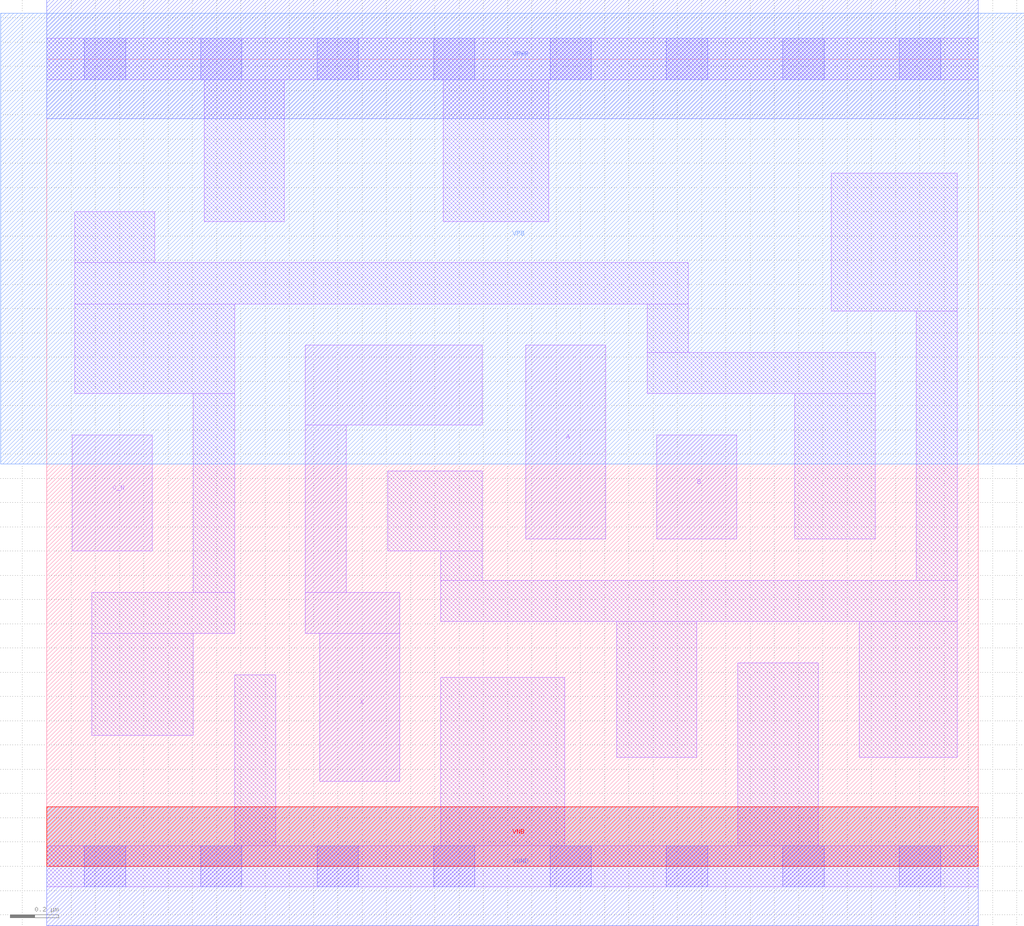
<source format=lef>
# Copyright 2020 The SkyWater PDK Authors
#
# Licensed under the Apache License, Version 2.0 (the "License");
# you may not use this file except in compliance with the License.
# You may obtain a copy of the License at
#
#     https://www.apache.org/licenses/LICENSE-2.0
#
# Unless required by applicable law or agreed to in writing, software
# distributed under the License is distributed on an "AS IS" BASIS,
# WITHOUT WARRANTIES OR CONDITIONS OF ANY KIND, either express or implied.
# See the License for the specific language governing permissions and
# limitations under the License.
#
# SPDX-License-Identifier: Apache-2.0

VERSION 5.7 ;
  NOWIREEXTENSIONATPIN ON ;
  DIVIDERCHAR "/" ;
  BUSBITCHARS "[]" ;
MACRO sky130_fd_sc_ms__or3b_2
  CLASS CORE ;
  FOREIGN sky130_fd_sc_ms__or3b_2 ;
  ORIGIN  0.000000  0.000000 ;
  SIZE  3.840000 BY  3.330000 ;
  SYMMETRY X Y ;
  SITE unit ;
  PIN A
    ANTENNAGATEAREA  0.276000 ;
    DIRECTION INPUT ;
    USE SIGNAL ;
    PORT
      LAYER li1 ;
        RECT 1.975000 1.350000 2.305000 2.150000 ;
    END
  END A
  PIN B
    ANTENNAGATEAREA  0.276000 ;
    DIRECTION INPUT ;
    USE SIGNAL ;
    PORT
      LAYER li1 ;
        RECT 2.515000 1.350000 2.845000 1.780000 ;
    END
  END B
  PIN C_N
    ANTENNAGATEAREA  0.233700 ;
    DIRECTION INPUT ;
    USE SIGNAL ;
    PORT
      LAYER li1 ;
        RECT 0.105000 1.300000 0.435000 1.780000 ;
    END
  END C_N
  PIN X
    ANTENNADIFFAREA  0.509600 ;
    DIRECTION OUTPUT ;
    USE SIGNAL ;
    PORT
      LAYER li1 ;
        RECT 1.065000 0.960000 1.455000 1.130000 ;
        RECT 1.065000 1.130000 1.235000 1.820000 ;
        RECT 1.065000 1.820000 1.795000 2.150000 ;
        RECT 1.125000 0.350000 1.455000 0.960000 ;
    END
  END X
  PIN VGND
    DIRECTION INOUT ;
    USE GROUND ;
    PORT
      LAYER met1 ;
        RECT 0.000000 -0.245000 3.840000 0.245000 ;
    END
  END VGND
  PIN VNB
    DIRECTION INOUT ;
    USE GROUND ;
    PORT
      LAYER pwell ;
        RECT 0.000000 0.000000 3.840000 0.245000 ;
    END
  END VNB
  PIN VPB
    DIRECTION INOUT ;
    USE POWER ;
    PORT
      LAYER nwell ;
        RECT -0.190000 1.660000 4.030000 3.520000 ;
    END
  END VPB
  PIN VPWR
    DIRECTION INOUT ;
    USE POWER ;
    PORT
      LAYER met1 ;
        RECT 0.000000 3.085000 3.840000 3.575000 ;
    END
  END VPWR
  OBS
    LAYER li1 ;
      RECT 0.000000 -0.085000 3.840000 0.085000 ;
      RECT 0.000000  3.245000 3.840000 3.415000 ;
      RECT 0.115000  1.950000 0.775000 2.320000 ;
      RECT 0.115000  2.320000 2.645000 2.490000 ;
      RECT 0.115000  2.490000 0.445000 2.700000 ;
      RECT 0.185000  0.540000 0.605000 0.960000 ;
      RECT 0.185000  0.960000 0.775000 1.130000 ;
      RECT 0.605000  1.130000 0.775000 1.950000 ;
      RECT 0.650000  2.660000 0.980000 3.245000 ;
      RECT 0.775000  0.085000 0.945000 0.790000 ;
      RECT 1.405000  1.300000 1.795000 1.630000 ;
      RECT 1.625000  0.085000 2.135000 0.780000 ;
      RECT 1.625000  1.010000 3.755000 1.180000 ;
      RECT 1.625000  1.180000 1.795000 1.300000 ;
      RECT 1.635000  2.660000 2.070000 3.245000 ;
      RECT 2.350000  0.450000 2.680000 1.010000 ;
      RECT 2.475000  1.950000 3.415000 2.120000 ;
      RECT 2.475000  2.120000 2.645000 2.320000 ;
      RECT 2.850000  0.085000 3.180000 0.840000 ;
      RECT 3.085000  1.350000 3.415000 1.950000 ;
      RECT 3.235000  2.290000 3.755000 2.860000 ;
      RECT 3.350000  0.450000 3.755000 1.010000 ;
      RECT 3.585000  1.180000 3.755000 2.290000 ;
    LAYER mcon ;
      RECT 0.155000 -0.085000 0.325000 0.085000 ;
      RECT 0.155000  3.245000 0.325000 3.415000 ;
      RECT 0.635000 -0.085000 0.805000 0.085000 ;
      RECT 0.635000  3.245000 0.805000 3.415000 ;
      RECT 1.115000 -0.085000 1.285000 0.085000 ;
      RECT 1.115000  3.245000 1.285000 3.415000 ;
      RECT 1.595000 -0.085000 1.765000 0.085000 ;
      RECT 1.595000  3.245000 1.765000 3.415000 ;
      RECT 2.075000 -0.085000 2.245000 0.085000 ;
      RECT 2.075000  3.245000 2.245000 3.415000 ;
      RECT 2.555000 -0.085000 2.725000 0.085000 ;
      RECT 2.555000  3.245000 2.725000 3.415000 ;
      RECT 3.035000 -0.085000 3.205000 0.085000 ;
      RECT 3.035000  3.245000 3.205000 3.415000 ;
      RECT 3.515000 -0.085000 3.685000 0.085000 ;
      RECT 3.515000  3.245000 3.685000 3.415000 ;
  END
END sky130_fd_sc_ms__or3b_2
END LIBRARY

</source>
